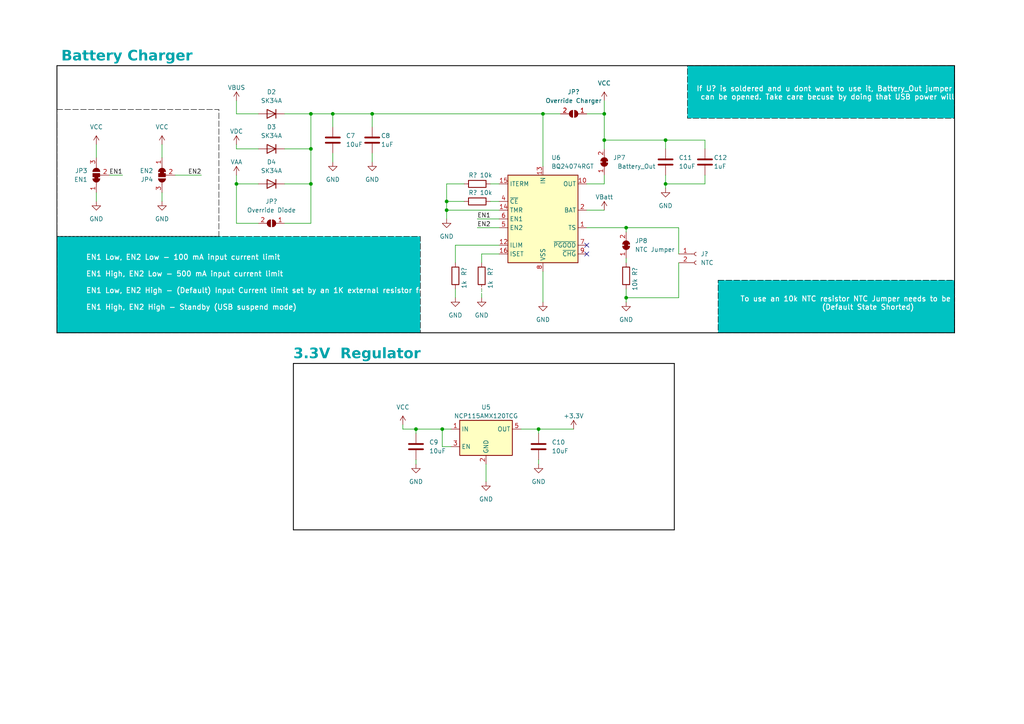
<source format=kicad_sch>
(kicad_sch (version 20230121) (generator eeschema)
  (paper "A4")
  (title_block (title "Gas Weigther") (date "2023-11-04") (rev "1"))
  (lib_symbols
    (symbol "Battery_Management:BQ24074RGT"
      (property "Reference" "U" (at -8.89 13.97 0))
      (property "Value" "BQ24074RGT" (at 16.51 13.97 0))
      (symbol "BQ24074RGT_0_1"
        (rectangle (start -10.16 12.7) (end 10.16 -12.7) (stroke (width 0.254)) (fill (type background)))
      )
      (symbol "BQ24074RGT_1_1"
        (pin passive line (at 12.7 -2.54 180) (length 2.54) (name "TS") (number "1"))
        (pin power_out line (at 12.7 10.16 180) (length 2.54) (name "OUT") (number "10"))
        (pin passive line (at 12.7 10.16 180) (length 2.54) hide (name "OUT") (number "11"))
        (pin passive line (at -12.7 -7.62 0) (length 2.54) (name "ILIM") (number "12"))
        (pin power_in line (at 0 15.24 270) (length 2.54) (name "IN") (number "13"))
        (pin input line (at -12.7 2.54 0) (length 2.54) (name "TMR") (number "14"))
        (pin input line (at -12.7 10.16 0) (length 2.54) (name "ITERM") (number "15"))
        (pin passive line (at -12.7 -10.16 0) (length 2.54) (name "ISET") (number "16"))
        (pin passive line (at 0 -15.24 90) (length 2.54) hide (name "VSS") (number "17"))
        (pin power_out line (at 12.7 2.54 180) (length 2.54) (name "BAT") (number "2"))
        (pin passive line (at 12.7 2.54 180) (length 2.54) hide (name "BAT") (number "3"))
        (pin input line (at -12.7 5.08 0) (length 2.54) (name "~{CE}") (number "4"))
        (pin input line (at -12.7 -2.54 0) (length 2.54) (name "EN2") (number "5"))
        (pin input line (at -12.7 0 0) (length 2.54) (name "EN1") (number "6"))
        (pin open_collector line (at 12.7 -7.62 180) (length 2.54) (name "~{PGOOD}") (number "7"))
        (pin power_in line (at 0 -15.24 90) (length 2.54) (name "VSS") (number "8"))
        (pin open_collector line (at 12.7 -10.16 180) (length 2.54) (name "~{CHG}") (number "9"))
      )
    )
    (symbol "Connector:Conn_01x02_Socket" (pin_names (offset 1.016) hide)
      (property "Reference" "J" (at 0 2.54 0))
      (property "Value" "Conn_01x02_Socket" (at 0 -5.08 0))
      (symbol "Conn_01x02_Socket_1_1"
        (arc (start 0 -2.032) (mid -0.5058 -2.54) (end 0 -3.048) (stroke (width 0.1524)))
        (polyline (pts (xy -1.27 -2.54) (xy -0.508 -2.54)) (stroke (width 0.1524)))
        (polyline (pts (xy -1.27 0) (xy -0.508 0)) (stroke (width 0.1524)))
        (arc (start 0 0.508) (mid -0.5058 0) (end 0 -0.508) (stroke (width 0.1524)))
        (pin passive line (at -5.08 0 0) (length 3.81) (name "Pin_1") (number "1"))
        (pin passive line (at -5.08 -2.54 0) (length 3.81) (name "Pin_2") (number "2"))
      )
    )
    (symbol "Device:C" (pin_numbers hide) (pin_names (offset 0.254))
      (property "Reference" "C" (at 0.635 2.54 0))
      (property "Value" "C" (at 0.635 -2.54 0))
      (symbol "C_0_1"
        (polyline (pts (xy -2.032 -0.762) (xy 2.032 -0.762)) (stroke (width 0.508)))
        (polyline (pts (xy -2.032 0.762) (xy 2.032 0.762)) (stroke (width 0.508)))
      )
      (symbol "C_1_1"
        (pin passive line (at 0 3.81 270) (length 2.794) (name "~") (number "1"))
        (pin passive line (at 0 -3.81 90) (length 2.794) (name "~") (number "2"))
      )
    )
    (symbol "Device:R" (pin_numbers hide) (pin_names (offset 0))
      (property "Reference" "R" (at 2.032 0 90))
      (property "Value" "R" (at 0 0 90))
      (symbol "R_0_1"
        (rectangle (start -1.016 -2.54) (end 1.016 2.54) (stroke (width 0.254)))
      )
      (symbol "R_1_1"
        (pin passive line (at 0 3.81 270) (length 1.27) (name "~") (number "1"))
        (pin passive line (at 0 -3.81 90) (length 1.27) (name "~") (number "2"))
      )
    )
    (symbol "Diode:1N4001" (pin_numbers hide) (pin_names hide)
      (property "Reference" "D" (at 0 2.54 0))
      (property "Value" "1N4001" (at 0 -2.54 0))
      (symbol "1N4001_0_1"
        (polyline (pts (xy -1.27 1.27) (xy -1.27 -1.27)) (stroke (width 0.254)))
        (polyline (pts (xy 1.27 0) (xy -1.27 0)))
        (polyline (pts (xy 1.27 1.27) (xy 1.27 -1.27) (xy -1.27 0) (xy 1.27 1.27)) (stroke (width 0.254)))
      )
      (symbol "1N4001_1_1"
        (pin passive line (at -3.81 0 0) (length 2.54) (name "K") (number "1"))
        (pin passive line (at 3.81 0 180) (length 2.54) (name "A") (number "2"))
      )
    )
    (symbol "Jumper:SolderJumper_2_Bridged" (pin_names (offset 0) hide)
      (property "Reference" "JP" (at 0 2.032 0))
      (property "Value" "SolderJumper_2_Bridged" (at 0 -2.54 0))
      (symbol "SolderJumper_2_Bridged_0_1"
        (rectangle (start -0.508 0.508) (end 0.508 -0.508) (fill (type outline)))
        (arc (start -0.254 1.016) (mid -1.2656 0) (end -0.254 -1.016))
        (arc (start -0.254 1.016) (mid -1.2656 0) (end -0.254 -1.016) (fill (type outline)))
        (polyline (pts (xy -0.254 1.016) (xy -0.254 -1.016)))
        (polyline (pts (xy 0.254 1.016) (xy 0.254 -1.016)))
        (arc (start 0.254 -1.016) (mid 1.2656 0) (end 0.254 1.016))
        (arc (start 0.254 -1.016) (mid 1.2656 0) (end 0.254 1.016) (fill (type outline)))
      )
      (symbol "SolderJumper_2_Bridged_1_1"
        (pin passive line (at -3.81 0 0) (length 2.54) (name "A") (number "1"))
        (pin passive line (at 3.81 0 180) (length 2.54) (name "B") (number "2"))
      )
    )
    (symbol "Jumper:SolderJumper_2_Open" (pin_names (offset 0) hide)
      (property "Reference" "JP" (at 0 2.032 0))
      (property "Value" "SolderJumper_2_Open" (at 0 -2.54 0))
      (symbol "SolderJumper_2_Open_0_1"
        (arc (start -0.254 1.016) (mid -1.2656 0) (end -0.254 -1.016))
        (arc (start -0.254 1.016) (mid -1.2656 0) (end -0.254 -1.016) (fill (type outline)))
        (polyline (pts (xy -0.254 1.016) (xy -0.254 -1.016)))
        (polyline (pts (xy 0.254 1.016) (xy 0.254 -1.016)))
        (arc (start 0.254 -1.016) (mid 1.2656 0) (end 0.254 1.016))
        (arc (start 0.254 -1.016) (mid 1.2656 0) (end 0.254 1.016) (fill (type outline)))
      )
      (symbol "SolderJumper_2_Open_1_1"
        (pin passive line (at -3.81 0 0) (length 2.54) (name "A") (number "1"))
        (pin passive line (at 3.81 0 180) (length 2.54) (name "B") (number "2"))
      )
    )
    (symbol "Jumper:SolderJumper_3_Bridged12" (pin_names (offset 0) hide)
      (property "Reference" "JP" (at -2.54 -2.54 0))
      (property "Value" "SolderJumper_3_Bridged12" (at 0 2.794 0))
      (symbol "SolderJumper_3_Bridged12_0_1"
        (rectangle (start -1.016 0.508) (end -0.508 -0.508) (fill (type outline)))
        (arc (start -1.016 1.016) (mid -2.0276 0) (end -1.016 -1.016))
        (arc (start -1.016 1.016) (mid -2.0276 0) (end -1.016 -1.016) (fill (type outline)))
        (rectangle (start -0.508 1.016) (end 0.508 -1.016) (fill (type outline)))
        (polyline (pts (xy -2.54 0) (xy -2.032 0)))
        (polyline (pts (xy -1.016 1.016) (xy -1.016 -1.016)))
        (polyline (pts (xy 0 -1.27) (xy 0 -1.016)))
        (polyline (pts (xy 1.016 1.016) (xy 1.016 -1.016)))
        (polyline (pts (xy 2.54 0) (xy 2.032 0)))
        (arc (start 1.016 -1.016) (mid 2.0276 0) (end 1.016 1.016))
        (arc (start 1.016 -1.016) (mid 2.0276 0) (end 1.016 1.016) (fill (type outline)))
      )
      (symbol "SolderJumper_3_Bridged12_1_1"
        (pin passive line (at -5.08 0 0) (length 2.54) (name "A") (number "1"))
        (pin passive line (at 0 -3.81 90) (length 2.54) (name "C") (number "2"))
        (pin passive line (at 5.08 0 180) (length 2.54) (name "B") (number "3"))
      )
    )
    (symbol "Power_Symbols:VBatt" (power) (pin_names (offset 0))
      (property "Value" "VBatt" (at 0 6.35 0))
      (symbol "VBatt_0_1"
        (polyline (pts (xy -0.762 1.27) (xy 0 2.54)))
        (polyline (pts (xy 0 0) (xy 0 2.54)))
        (polyline (pts (xy 0 2.54) (xy 0.762 1.27)))
      )
      (symbol "VBatt_1_1"
        (pin power_in line (at 0 0 90) (length 0) hide (name "VBatt") (number "1"))
      )
    )
    (symbol "Regulator_Linear:NCP115AMX120TCG"
      (property "Reference" "U1" (at 0 8.89 0))
      (property "Value" "NCP115AMX120TCG" (at 0 6.35 0))
      (symbol "NCP115AMX120TCG_0_1"
        (rectangle (start -7.62 5.08) (end 7.62 -5.08) (stroke (width 0.254)) (fill (type background)))
      )
      (symbol "NCP115AMX120TCG_1_1"
        (pin power_in line (at -10.16 2.54 0) (length 2.54) (name "IN") (number "1"))
        (pin power_in line (at 0 -7.62 90) (length 2.54) (name "GND") (number "2"))
        (pin input line (at -10.16 -2.54 0) (length 2.54) (name "EN") (number "3"))
        (pin passive line (at 0 -7.62 90) (length 2.54) hide (name "GND") (number "5"))
        (pin power_out line (at 10.16 2.54 180) (length 2.54) (name "OUT") (number "5"))
      )
    )
    (symbol "power:+3.3V" (power) (pin_names (offset 0))
      (property "Value" "+3.3V" (at 0 3.556 0))
      (symbol "+3.3V_0_1"
        (polyline (pts (xy -0.762 1.27) (xy 0 2.54)))
        (polyline (pts (xy 0 0) (xy 0 2.54)))
        (polyline (pts (xy 0 2.54) (xy 0.762 1.27)))
      )
      (symbol "+3.3V_1_1"
        (pin power_in line (at 0 0 90) (length 0) hide (name "+3.3V") (number "1"))
      )
    )
    (symbol "power:GND" (power) (pin_names (offset 0))
      (property "Value" "GND" (at 0 -3.81 0))
      (symbol "GND_0_1"
        (polyline (pts (xy 0 0) (xy 0 -1.27) (xy 1.27 -1.27) (xy 0 -2.54) (xy -1.27 -1.27) (xy 0 -1.27)))
      )
      (symbol "GND_1_1"
        (pin power_in line (at 0 0 270) (length 0) hide (name "GND") (number "1"))
      )
    )
    (symbol "power:VAA" (power) (pin_names (offset 0))
      (property "Value" "VAA" (at 0 3.81 0))
      (symbol "VAA_0_1"
        (polyline (pts (xy -0.762 1.27) (xy 0 2.54)))
        (polyline (pts (xy 0 0) (xy 0 2.54)))
        (polyline (pts (xy 0 2.54) (xy 0.762 1.27)))
      )
      (symbol "VAA_1_1"
        (pin power_in line (at 0 0 90) (length 0) hide (name "VAA") (number "1"))
      )
    )
    (symbol "power:VBUS" (power) (pin_names (offset 0))
      (property "Value" "VBUS" (at 0 3.81 0))
      (symbol "VBUS_0_1"
        (polyline (pts (xy -0.762 1.27) (xy 0 2.54)))
        (polyline (pts (xy 0 0) (xy 0 2.54)))
        (polyline (pts (xy 0 2.54) (xy 0.762 1.27)))
      )
      (symbol "VBUS_1_1"
        (pin power_in line (at 0 0 90) (length 0) hide (name "VBUS") (number "1"))
      )
    )
    (symbol "power:VCC" (power) (pin_names (offset 0))
      (property "Value" "VCC" (at 0 3.81 0))
      (symbol "VCC_0_1"
        (polyline (pts (xy -0.762 1.27) (xy 0 2.54)))
        (polyline (pts (xy 0 0) (xy 0 2.54)))
        (polyline (pts (xy 0 2.54) (xy 0.762 1.27)))
      )
      (symbol "VCC_1_1"
        (pin power_in line (at 0 0 90) (length 0) hide (name "VCC") (number "1"))
      )
    )
    (symbol "power:VDC" (power) (pin_names (offset 0))
      (property "Value" "VDC" (at 0 6.35 0))
      (symbol "VDC_0_1"
        (polyline (pts (xy -0.762 1.27) (xy 0 2.54)))
        (polyline (pts (xy 0 0) (xy 0 2.54)))
        (polyline (pts (xy 0 2.54) (xy 0.762 1.27)))
      )
      (symbol "VDC_1_1"
        (pin power_in line (at 0 0 90) (length 0) hide (name "VDC") (number "1"))
      )
    )
  )
  (junction (at 120.65 124.46))
  (junction (at 129.54 58.42))
  (junction (at 181.61 66.04))
  (junction (at 90.17 43.18))
  (junction (at 90.17 53.34))
  (junction (at 157.48 33.02))
  (junction (at 129.54 60.96))
  (junction (at 128.27 124.46))
  (junction (at 96.52 33.02))
  (junction (at 90.17 33.02))
  (junction (at 193.04 40.64))
  (junction (at 175.26 40.64))
  (junction (at 156.21 124.46))
  (junction (at 68.58 53.34))
  (junction (at 107.95 33.02))
  (junction (at 193.04 53.34))
  (junction (at 181.61 86.36))
  (junction (at 175.26 33.02))
  (no_connect (at 170.18 73.66))
  (no_connect (at 170.18 71.12))
  (wire (pts (xy 46.99 41.91) (xy 46.99 45.72)))
  (wire (pts (xy 181.61 67.31) (xy 181.61 66.04)))
  (wire (pts (xy 139.7 73.66) (xy 139.7 76.2)))
  (wire (pts (xy 138.43 63.5) (xy 144.78 63.5)))
  (wire (pts (xy 181.61 83.82) (xy 181.61 86.36)))
  (wire (pts (xy 175.26 40.64) (xy 175.26 43.18)))
  (wire (pts (xy 156.21 124.46) (xy 166.37 124.46)))
  (wire (pts (xy 82.55 43.18) (xy 90.17 43.18)))
  (polyline (pts (xy 85.09 105.41) (xy 195.58 105.41)) (stroke (width 0.25) (type solid) (color 0 0 0 1)))
  (wire (pts (xy 196.85 73.66) (xy 196.85 66.04)))
  (wire (pts (xy 90.17 64.77) (xy 90.17 53.34)))
  (wire (pts (xy 144.78 73.66) (xy 139.7 73.66)))
  (wire (pts (xy 196.85 76.2) (xy 196.85 86.36)))
  (wire (pts (xy 142.24 53.34) (xy 144.78 53.34)))
  (wire (pts (xy 31.75 50.8) (xy 35.56 50.8)))
  (wire (pts (xy 132.08 76.2) (xy 132.08 71.12)))
  (wire (pts (xy 181.61 86.36) (xy 181.61 87.63)))
  (wire (pts (xy 50.8 50.8) (xy 58.42 50.8)))
  (wire (pts (xy 204.47 40.64) (xy 193.04 40.64)))
  (wire (pts (xy 68.58 53.34) (xy 74.93 53.34)))
  (polyline (pts (xy 276.86 19.05) (xy 276.86 96.52)) (stroke (width 0.25) (type solid) (color 0 0 0 1)))
  (wire (pts (xy 129.54 58.42) (xy 134.62 58.42)))
  (wire (pts (xy 96.52 44.45) (xy 96.52 46.99)))
  (wire (pts (xy 204.47 40.64) (xy 204.47 43.18)))
  (wire (pts (xy 27.94 55.88) (xy 27.94 58.42)))
  (wire (pts (xy 181.61 76.2) (xy 181.61 74.93)))
  (polyline (pts (xy 16.51 19.05) (xy 16.51 96.52)) (stroke (width 0.25) (type solid) (color 0 0 0 1)))
  (wire (pts (xy 193.04 53.34) (xy 193.04 54.61)))
  (wire (pts (xy 181.61 66.04) (xy 170.18 66.04)))
  (wire (pts (xy 156.21 124.46) (xy 156.21 125.73)))
  (wire (pts (xy 68.58 33.02) (xy 74.93 33.02)))
  (polyline (pts (xy 195.58 105.41) (xy 195.58 153.67)) (stroke (width 0.25) (type solid) (color 0 0 0 1)))
  (wire (pts (xy 129.54 53.34) (xy 134.62 53.34)))
  (wire (pts (xy 193.04 53.34) (xy 204.47 53.34)))
  (wire (pts (xy 204.47 50.8) (xy 204.47 53.34)))
  (wire (pts (xy 132.08 83.82) (xy 132.08 86.36)))
  (wire (pts (xy 82.55 64.77) (xy 90.17 64.77)))
  (polyline (pts (xy 16.51 19.05) (xy 276.86 19.05)) (stroke (width 0.25) (type solid) (color 0 0 0 1)))
  (wire (pts (xy 128.27 124.46) (xy 130.81 124.46)))
  (wire (pts (xy 120.65 124.46) (xy 128.27 124.46)))
  (wire (pts (xy 96.52 33.02) (xy 107.95 33.02)))
  (wire (pts (xy 175.26 50.8) (xy 175.26 53.34)))
  (wire (pts (xy 196.85 86.36) (xy 181.61 86.36)))
  (wire (pts (xy 129.54 58.42) (xy 129.54 53.34)))
  (wire (pts (xy 82.55 53.34) (xy 90.17 53.34)))
  (wire (pts (xy 138.43 66.04) (xy 144.78 66.04)))
  (wire (pts (xy 68.58 43.18) (xy 74.93 43.18)))
  (wire (pts (xy 129.54 60.96) (xy 144.78 60.96)))
  (wire (pts (xy 107.95 44.45) (xy 107.95 46.99)))
  (wire (pts (xy 170.18 60.96) (xy 175.26 60.96)))
  (wire (pts (xy 157.48 33.02) (xy 157.48 48.26)))
  (wire (pts (xy 175.26 29.21) (xy 175.26 33.02)))
  (wire (pts (xy 129.54 60.96) (xy 129.54 58.42)))
  (wire (pts (xy 170.18 33.02) (xy 175.26 33.02)))
  (polyline (pts (xy 85.09 105.41) (xy 85.09 153.67)) (stroke (width 0.25) (type solid) (color 0 0 0 1)))
  (wire (pts (xy 74.93 64.77) (xy 68.58 64.77)))
  (wire (pts (xy 128.27 129.54) (xy 128.27 124.46)))
  (wire (pts (xy 151.13 124.46) (xy 156.21 124.46)))
  (wire (pts (xy 156.21 133.35) (xy 156.21 134.62)))
  (wire (pts (xy 193.04 50.8) (xy 193.04 53.34)))
  (wire (pts (xy 68.58 41.91) (xy 68.58 43.18)))
  (wire (pts (xy 68.58 29.21) (xy 68.58 33.02)))
  (wire (pts (xy 90.17 33.02) (xy 96.52 33.02)))
  (wire (pts (xy 132.08 71.12) (xy 144.78 71.12)))
  (wire (pts (xy 157.48 33.02) (xy 162.56 33.02)))
  (wire (pts (xy 140.97 134.62) (xy 140.97 139.7)))
  (wire (pts (xy 68.58 53.34) (xy 68.58 50.8)))
  (wire (pts (xy 196.85 66.04) (xy 181.61 66.04)))
  (wire (pts (xy 116.84 124.46) (xy 120.65 124.46)))
  (wire (pts (xy 107.95 33.02) (xy 107.95 36.83)))
  (wire (pts (xy 193.04 40.64) (xy 193.04 43.18)))
  (wire (pts (xy 82.55 33.02) (xy 90.17 33.02)))
  (wire (pts (xy 139.7 83.82) (xy 139.7 86.36)))
  (wire (pts (xy 96.52 33.02) (xy 96.52 36.83)))
  (wire (pts (xy 129.54 63.5) (xy 129.54 60.96)))
  (polyline (pts (xy 195.58 153.67) (xy 85.09 153.67)) (stroke (width 0.25) (type solid) (color 0 0 0 1)))
  (wire (pts (xy 90.17 33.02) (xy 90.17 43.18)))
  (polyline (pts (xy 276.86 96.52) (xy 16.51 96.52)) (stroke (width 0.25) (type solid) (color 0 0 0 1)))
  (wire (pts (xy 68.58 64.77) (xy 68.58 53.34)))
  (wire (pts (xy 116.84 123.19) (xy 116.84 124.46)))
  (wire (pts (xy 130.81 129.54) (xy 128.27 129.54)))
  (wire (pts (xy 107.95 33.02) (xy 157.48 33.02)))
  (wire (pts (xy 120.65 133.35) (xy 120.65 134.62)))
  (wire (pts (xy 170.18 53.34) (xy 175.26 53.34)))
  (wire (pts (xy 157.48 78.74) (xy 157.48 87.63)))
  (wire (pts (xy 46.99 55.88) (xy 46.99 58.42)))
  (wire (pts (xy 90.17 43.18) (xy 90.17 53.34)))
  (wire (pts (xy 120.65 124.46) (xy 120.65 125.73)))
  (wire (pts (xy 27.94 41.91) (xy 27.94 45.72)))
  (wire (pts (xy 175.26 33.02) (xy 175.26 40.64)))
  (wire (pts (xy 142.24 58.42) (xy 144.78 58.42)))
  (wire (pts (xy 175.26 40.64) (xy 193.04 40.64)))
  (rectangle (start 16.51 31.75) (end 63.5 68.58) (stroke (width 0) (type dash) (color 0 0 0 1)) (fill (type color) (color 255 255 255 1)))
  (rectangle (start 16.51 68.58) (end 121.92 96.52) (stroke (width 0) (type dash) (color 0 0 0 1)) (fill (type color) (color 0 194 194 1)))
  (rectangle (start 208.28 81.28) (end 276.86 96.52) (stroke (width 0) (type dash) (color 0 0 0 1)) (fill (type color) (color 0 194 194 1)))
  (rectangle (start 199.39 19.05) (end 276.86 34.29) (stroke (width 0) (type dash) (color 0 0 0 1)) (fill (type color) (color 0 194 194 1)))
  (text "Battery Charger\n" (at 17.78 19.05 0) (effects (font (size 3 3) (thickness 0.6) bold) (justify left bottom)))
  (text "\n\n    EN1 Low, EN2 Low - 100 mA input current limit\n\n    EN1 High, EN2 Low - 500 mA input current limit \n\n    EN1 Low, EN2 High - (Default) Input Current limit set by an 1K external resistor from ILIM to GND\n\n    EN1 High, EN2 High - Standby (USB suspend mode)\n" (at 20.32 90.17 0) (effects (font (size 1.5 1.5) (thickness 0.2508) bold) (justify left bottom)))
  (text "3.3V  Regulator" (at 85.09 105.41 0) (effects (font (size 3 3) (thickness 0.6) bold) (justify left bottom)))
  (text "If U? is soldered and u dont want to use it, Battery_Out jumper\n can be opened. Take care becuse by doing that USB power will not work" (at 201.93 29.21 0) (effects (font (size 1.5 1.5) (thickness 0.2508) bold) (justify left bottom)))
  (text "To use an 10k NTC resistor NTC Jumper needs to be open.\n				(Default State Shorted) " (at 214.63 90.17 0) (effects (font (size 1.5 1.5) (thickness 0.2508) bold) (justify left bottom)))
  (label "EN1" (at 35.56 50.8 180))
  (label "EN2" (at 138.43 66.04 0))
  (label "EN1" (at 138.43 63.5 0))
  (label "EN2" (at 58.42 50.8 180))
  (symbol (lib_id "Diode:1N4001") (at 78.74 53.34 180) (unit 1)
    (property "Reference" "D4" (at 78.74 46.99 0))
    (property "Value" "SK34A" (at 78.74 49.53 0))
    (property "Footprint" "Diode_SMD:D_0805_2012Metric" (effects hide))
    (property "Datasheet" "http://www.vishay.com/docs/88503/1n4001.pdf" (effects hide))
    (property "Sim.Device" "D" (effects hide))
    (property "Sim.Pins" "1=K 2=A" (effects hide))
  )
  (symbol (lib_id "Device:R") (at 132.08 80.01 0) (unit 1)
    (property "Reference" "R?" (at 134.62 78.74 90))
    (property "Value" "1k" (at 134.62 82.55 90))
    (property "Footprint" "Resistor_SMD:R_0805_2012Metric_Pad1.20x1.40mm_HandSolder" (effects hide))
    (instances (project "GasWeighter" (path "" (reference "R?") (unit 1)) (path "" (reference "R?") (unit 1)) (path "" (reference "R20") (unit 1))) (project "Arbolito" (path "" (reference "R11") (unit 1))))
  )
  (symbol (lib_id "power:VCC") (at 46.99 41.91 0) (unit 1)
    (property "Reference" "#PWR012" (effects hide))
    (property "Value" "VCC" (at 46.99 36.83 0))
    (instances (project "GasWeighter" (path "" (reference "#PWR012") (unit 1)) (path "" (reference "#PWR060") (unit 1))) (project "Arbolito" (path "" (reference "#PWR016") (unit 1))))
  )
  (symbol (lib_id "Diode:1N4001") (at 78.74 43.18 180) (unit 1)
    (property "Reference" "D3" (at 78.74 36.83 0))
    (property "Value" "SK34A" (at 78.74 39.37 0))
    (property "Footprint" "Diode_SMD:D_0805_2012Metric" (effects hide))
    (property "Datasheet" "http://www.vishay.com/docs/88503/1n4001.pdf" (effects hide))
    (property "Sim.Device" "D" (effects hide))
    (property "Sim.Pins" "1=K 2=A" (effects hide))
  )
  (symbol (lib_id "Jumper:SolderJumper_2_Bridged") (at 175.26 46.99 90) (unit 1)
    (property "Reference" "JP7" (at 177.8 45.7199 90) (effects (justify right)))
    (property "Value" "Battery_Out" (at 179.07 48.26 90) (effects (justify right)))
    (property "Footprint" "Jumper:SolderJumper-2_P1.3mm_Bridged_RoundedPad1.0x1.5mm" (effects hide))
  )
  (symbol (lib_id "Regulator_Linear:NCP115AMX120TCG") (at 140.97 127 0) (unit 1)
    (property "Reference" "U5" (at 140.97 118.11 0))
    (property "Value" "NCP115AMX120TCG" (at 140.97 120.65 0))
    (property "Footprint" "Package_TO_SOT_SMD:SOT-23-5_HandSoldering" (effects hide))
    (property "Datasheet" "https://www.onsemi.com/pub/Collateral/NCP115-D.PDF" (effects hide))
    (instances (project "GasWeighter" (path "" (reference "U5") (unit 1))) (project "Arbolito" (path "" (reference "U1") (unit 1))))
  )
  (symbol (lib_id "Connector:Conn_01x02_Socket") (at 201.93 73.66 0) (unit 1)
    (property "Reference" "J?" (at 203.2 73.6599 0) (effects (justify left)))
    (property "Value" "NTC" (at 203.2 76.1999 0) (effects (justify left)))
    (property "Footprint" "Connector_JST:JST_PH_B2B-PH-K_1x02_P2.00mm_Vertical" (effects hide))
    (instances (project "GasWeighter" (path "" (reference "J?") (unit 1)) (path "" (reference "J12") (unit 1))))
  )
  (symbol (lib_id "power:GND") (at 129.54 63.5 0) (unit 1)
    (property "Reference" "#PWR024" (effects hide))
    (property "Value" "GND" (at 129.54 68.58 0))
    (instances (project "GasWeighter" (path "" (reference "#PWR024") (unit 1)) (path "" (reference "#PWR055") (unit 1))) (project "Arbolito" (path "" (reference "#PWR023") (unit 1))))
  )
  (symbol (lib_id "power:VCC") (at 116.84 123.19 0) (unit 1)
    (property "Reference" "#PWR012" (effects hide))
    (property "Value" "VCC" (at 116.84 118.11 0))
    (instances (project "GasWeighter" (path "" (reference "#PWR012") (unit 1)) (path "" (reference "#PWR026") (unit 1))) (project "Arbolito" (path "" (reference "#PWR016") (unit 1))))
  )
  (symbol (lib_id "power:GND") (at 107.95 46.99 0) (unit 1)
    (property "Reference" "#PWR024" (effects hide))
    (property "Value" "GND" (at 107.95 52.07 0))
    (instances (project "GasWeighter" (path "" (reference "#PWR024") (unit 1)) (path "" (reference "#PWR053") (unit 1))) (project "Arbolito" (path "" (reference "#PWR023") (unit 1))))
  )
  (symbol (lib_id "Device:R") (at 139.7 80.01 0) (unit 1)
    (property "Reference" "R?" (at 142.24 78.74 90))
    (property "Value" "1k" (at 142.24 82.55 90))
    (property "Footprint" "Resistor_SMD:R_0805_2012Metric_Pad1.20x1.40mm_HandSolder" (effects hide))
    (instances (project "GasWeighter" (path "" (reference "R?") (unit 1)) (path "" (reference "R?") (unit 1)) (path "" (reference "R23") (unit 1))) (project "Arbolito" (path "" (reference "R11") (unit 1))))
  )
  (symbol (lib_id "power:GND") (at 193.04 54.61 0) (unit 1)
    (property "Reference" "#PWR024" (effects hide))
    (property "Value" "GND" (at 193.04 59.69 0))
    (instances (project "GasWeighter" (path "" (reference "#PWR024") (unit 1)) (path "" (reference "#PWR064") (unit 1))) (project "Arbolito" (path "" (reference "#PWR023") (unit 1))))
  )
  (symbol (lib_id "power:GND") (at 139.7 86.36 0) (unit 1)
    (property "Reference" "#PWR024" (effects hide))
    (property "Value" "GND" (at 139.7 91.44 0))
    (instances (project "GasWeighter" (path "" (reference "#PWR024") (unit 1)) (path "" (reference "#PWR058") (unit 1))) (project "Arbolito" (path "" (reference "#PWR023") (unit 1))))
  )
  (symbol (lib_id "power:VCC") (at 175.26 29.21 0) (unit 1)
    (property "Reference" "#PWR012" (effects hide))
    (property "Value" "VCC" (at 175.26 24.13 0))
    (instances (project "GasWeighter" (path "" (reference "#PWR012") (unit 1)) (path "" (reference "#PWR057") (unit 1))) (project "Arbolito" (path "" (reference "#PWR016") (unit 1))))
  )
  (symbol (lib_id "power:VAA") (at 68.58 50.8 0) (unit 1)
    (property "Reference" "#PWR042" (effects hide))
    (property "Value" "VAA" (at 68.58 46.99 0))
    (instances (project "GasWeighter" (path "" (reference "#PWR042") (unit 1)) (path "" (reference "#PWR027") (unit 1))))
  )
  (symbol (lib_id "power:GND") (at 156.21 134.62 0) (unit 1)
    (property "Reference" "#PWR069" (effects hide))
    (property "Value" "GND" (at 156.21 139.7 0))
    (instances (project "GasWeighter" (path "" (reference "#PWR069") (unit 1))) (project "Arbolito" (path "" (reference "#PWR014") (unit 1))))
  )
  (symbol (lib_id "Device:C") (at 107.95 40.64 0) (unit 1)
    (property "Reference" "C8" (at 110.49 39.3699 0) (effects (justify left)))
    (property "Value" "1uF" (at 110.49 41.91 0) (effects (justify left)))
    (property "Footprint" "Capacitor_SMD:C_0603_1608Metric_Pad1.08x0.95mm_HandSolder" (effects hide))
    (instances (project "GasWeighter" (path "" (reference "C8") (unit 1))) (project "Brushed controller" (path "" (reference "C7") (unit 1))))
  )
  (symbol (lib_id "Device:C") (at 204.47 46.99 0) (unit 1)
    (property "Reference" "C12" (at 207.01 45.7199 0) (effects (justify left)))
    (property "Value" "1uF" (at 207.01 48.26 0) (effects (justify left)))
    (property "Footprint" "Capacitor_SMD:C_0603_1608Metric_Pad1.08x0.95mm_HandSolder" (effects hide))
    (instances (project "GasWeighter" (path "" (reference "C12") (unit 1))) (project "Brushed controller" (path "" (reference "C7") (unit 1))))
  )
  (symbol (lib_id "power:VBUS") (at 68.58 29.21 0) (unit 1)
    (property "Reference" "#PWR020" (effects hide))
    (property "Value" "VBUS" (at 68.58 25.4 0))
    (instances (project "GasWeighter" (path "" (reference "#PWR020") (unit 1)) (path "" (reference "#PWR051") (unit 1))) (project "Arbolito" (path "" (reference "#PWR09") (unit 1))))
  )
  (symbol (lib_id "power:VDC") (at 68.58 41.91 0) (unit 1)
    (property "Reference" "#PWR013" (effects hide))
    (property "Value" "VDC" (at 68.58 38.1 0))
    (instances (project "GasWeighter" (path "" (reference "#PWR013") (unit 1)) (path "" (reference "#PWR02") (unit 1))))
  )
  (symbol (lib_id "Device:R") (at 181.61 80.01 0) (unit 1)
    (property "Reference" "R?" (at 184.15 78.74 90))
    (property "Value" "10k" (at 184.15 82.55 90))
    (property "Footprint" "Resistor_SMD:R_0805_2012Metric_Pad1.20x1.40mm_HandSolder" (effects hide))
    (instances (project "GasWeighter" (path "" (reference "R?") (unit 1)) (path "" (reference "R?") (unit 1)) (path "" (reference "R24") (unit 1))) (project "Arbolito" (path "" (reference "R11") (unit 1))))
  )
  (symbol (lib_id "Device:R") (at 138.43 58.42 90) (unit 1)
    (property "Reference" "R?" (at 137.16 55.88 90))
    (property "Value" "10k" (at 140.97 55.88 90))
    (property "Footprint" "Resistor_SMD:R_0805_2012Metric_Pad1.20x1.40mm_HandSolder" (effects hide))
    (instances (project "GasWeighter" (path "" (reference "R?") (unit 1)) (path "" (reference "R?") (unit 1)) (path "" (reference "R22") (unit 1))) (project "Arbolito" (path "" (reference "R11") (unit 1))))
  )
  (symbol (lib_id "Jumper:SolderJumper_3_Bridged12") (at 46.99 50.8 90) (mirror x) (unit 1)
    (property "Reference" "JP4" (at 44.45 52.0701 90) (effects (justify left)))
    (property "Value" "EN2" (at 44.45 49.5301 90) (effects (justify left)))
    (property "Footprint" "Jumper:SolderJumper-3_P1.3mm_Bridged12_RoundedPad1.0x1.5mm" (effects hide))
  )
  (symbol (lib_id "Device:C") (at 193.04 46.99 0) (unit 1)
    (property "Reference" "C11" (at 196.85 45.72 0) (effects (justify left)))
    (property "Value" "10uF" (at 196.85 48.26 0) (effects (justify left)))
    (property "Footprint" "Capacitor_SMD:C_0603_1608Metric_Pad1.08x0.95mm_HandSolder" (effects hide))
    (instances (project "GasWeighter" (path "" (reference "C11") (unit 1))) (project "Brushed controller" (path "" (reference "C1") (unit 1))))
  )
  (symbol (lib_id "Jumper:SolderJumper_2_Open") (at 78.74 64.77 180) (unit 1)
    (property "Reference" "JP?" (at 78.74 58.42 0))
    (property "Value" "Override Diode" (at 78.74 60.96 0))
    (property "Footprint" "Jumper:SolderJumper-2_P1.3mm_Open_RoundedPad1.0x1.5mm" (effects hide))
    (instances (project "GasWeighter" (path "" (reference "JP?") (unit 1)) (path "" (reference "JP?") (unit 1)) (path "" (reference "JP5") (unit 1))))
  )
  (symbol (lib_id "power:GND") (at 120.65 134.62 0) (unit 1)
    (property "Reference" "#PWR067" (effects hide))
    (property "Value" "GND" (at 120.65 139.7 0))
    (instances (project "GasWeighter" (path "" (reference "#PWR067") (unit 1))) (project "Arbolito" (path "" (reference "#PWR08") (unit 1))))
  )
  (symbol (lib_id "power:GND") (at 140.97 139.7 0) (unit 1)
    (property "Reference" "#PWR068" (effects hide))
    (property "Value" "GND" (at 140.97 144.78 0))
    (instances (project "GasWeighter" (path "" (reference "#PWR068") (unit 1))) (project "Arbolito" (path "" (reference "#PWR011") (unit 1))))
  )
  (symbol (lib_id "Device:C") (at 156.21 129.54 0) (unit 1)
    (property "Reference" "C10" (at 160.02 128.2699 0) (effects (justify left)))
    (property "Value" "10uF" (at 160.02 130.8099 0) (effects (justify left)))
    (property "Footprint" "Capacitor_SMD:C_0805_2012Metric" (effects hide))
    (instances (project "GasWeighter" (path "" (reference "C10") (unit 1))) (project "Arbolito" (path "" (reference "C2") (unit 1))))
  )
  (symbol (lib_id "Jumper:SolderJumper_3_Bridged12") (at 27.94 50.8 90) (unit 1)
    (property "Reference" "JP3" (at 25.4 49.5299 90) (effects (justify left)))
    (property "Value" "EN1" (at 25.4 52.0699 90) (effects (justify left)))
    (property "Footprint" "Jumper:SolderJumper-3_P1.3mm_Bridged12_RoundedPad1.0x1.5mm" (effects hide))
  )
  (symbol (lib_id "Device:C") (at 120.65 129.54 0) (unit 1)
    (property "Reference" "C9" (at 124.46 128.2699 0) (effects (justify left)))
    (property "Value" "10uF" (at 124.46 130.8099 0) (effects (justify left)))
    (property "Footprint" "Capacitor_SMD:C_0805_2012Metric" (effects hide))
    (instances (project "GasWeighter" (path "" (reference "C9") (unit 1))) (project "Arbolito" (path "" (reference "C1") (unit 1))))
  )
  (symbol (lib_id "Jumper:SolderJumper_2_Open") (at 166.37 33.02 180) (unit 1)
    (property "Reference" "JP?" (at 166.37 26.67 0))
    (property "Value" "Override Charger" (at 166.37 29.21 0))
    (property "Footprint" "Jumper:SolderJumper-2_P1.3mm_Open_RoundedPad1.0x1.5mm" (effects hide))
    (instances (project "GasWeighter" (path "" (reference "JP?") (unit 1)) (path "" (reference "JP?") (unit 1)) (path "" (reference "JP6") (unit 1))))
  )
  (symbol (lib_id "Device:R") (at 138.43 53.34 90) (unit 1)
    (property "Reference" "R?" (at 137.16 50.8 90))
    (property "Value" "10k" (at 140.97 50.8 90))
    (property "Footprint" "Resistor_SMD:R_0805_2012Metric_Pad1.20x1.40mm_HandSolder" (effects hide))
    (instances (project "GasWeighter" (path "" (reference "R?") (unit 1)) (path "" (reference "R?") (unit 1)) (path "" (reference "R21") (unit 1))) (project "Arbolito" (path "" (reference "R11") (unit 1))))
  )
  (symbol (lib_id "power:VCC") (at 27.94 41.91 0) (unit 1)
    (property "Reference" "#PWR012" (effects hide))
    (property "Value" "VCC" (at 27.94 36.83 0))
    (instances (project "GasWeighter" (path "" (reference "#PWR012") (unit 1)) (path "" (reference "#PWR059") (unit 1))) (project "Arbolito" (path "" (reference "#PWR016") (unit 1))))
  )
  (symbol (lib_id "power:GND") (at 157.48 87.63 0) (unit 1)
    (property "Reference" "#PWR024" (effects hide))
    (property "Value" "GND" (at 157.48 92.71 0))
    (instances (project "GasWeighter" (path "" (reference "#PWR024") (unit 1)) (path "" (reference "#PWR047") (unit 1))) (project "Arbolito" (path "" (reference "#PWR023") (unit 1))))
  )
  (symbol (lib_id "power:+3.3V") (at 166.37 124.46 0) (unit 1)
    (property "Reference" "#PWR070" (effects hide))
    (property "Value" "+3.3V" (at 166.37 120.65 0))
    (instances (project "GasWeighter" (path "" (reference "#PWR070") (unit 1))) (project "Arbolito" (path "" (reference "#PWR015") (unit 1))))
  )
  (symbol (lib_id "Jumper:SolderJumper_2_Bridged") (at 181.61 71.12 90) (unit 1)
    (property "Reference" "JP8" (at 184.15 69.8499 90) (effects (justify right)))
    (property "Value" "NTC Jumper" (at 184.15 72.3899 90) (effects (justify right)))
    (property "Footprint" "Jumper:SolderJumper-2_P1.3mm_Bridged_RoundedPad1.0x1.5mm" (effects hide))
  )
  (symbol (lib_id "Power_Symbols:VBatt") (at 175.26 60.96 0) (unit 1)
    (property "Reference" "#PWR024" (effects hide))
    (property "Value" "VBatt" (at 175.26 57.15 0))
    (instances (project "GasWeighter" (path "" (reference "#PWR024") (unit 1)) (path "" (reference "#PWR054") (unit 1))))
  )
  (symbol (lib_id "Device:C") (at 96.52 40.64 0) (unit 1)
    (property "Reference" "C7" (at 100.33 39.37 0) (effects (justify left)))
    (property "Value" "10uF" (at 100.33 41.91 0) (effects (justify left)))
    (property "Footprint" "Capacitor_SMD:C_0603_1608Metric_Pad1.08x0.95mm_HandSolder" (effects hide))
    (instances (project "GasWeighter" (path "" (reference "C7") (unit 1))) (project "Brushed controller" (path "" (reference "C1") (unit 1))))
  )
  (symbol (lib_id "Diode:1N4001") (at 78.74 33.02 180) (unit 1)
    (property "Reference" "D2" (at 78.74 26.67 0))
    (property "Value" "SK34A" (at 78.74 29.21 0))
    (property "Footprint" "Diode_SMD:D_0805_2012Metric" (effects hide))
    (property "Datasheet" "http://www.vishay.com/docs/88503/1n4001.pdf" (effects hide))
    (property "Sim.Device" "D" (effects hide))
    (property "Sim.Pins" "1=K 2=A" (effects hide))
  )
  (symbol (lib_id "power:GND") (at 27.94 58.42 0) (unit 1)
    (property "Reference" "#PWR061" (effects hide))
    (property "Value" "GND" (at 27.94 63.5 0))
    (instances (project "GasWeighter" (path "" (reference "#PWR061") (unit 1))) (project "Brushed controller" (path "" (reference "#PWR07") (unit 1))))
  )
  (symbol (lib_id "power:GND") (at 181.61 87.63 0) (unit 1)
    (property "Reference" "#PWR024" (effects hide))
    (property "Value" "GND" (at 181.61 92.71 0))
    (instances (project "GasWeighter" (path "" (reference "#PWR024") (unit 1)) (path "" (reference "#PWR063") (unit 1))) (project "Arbolito" (path "" (reference "#PWR023") (unit 1))))
  )
  (symbol (lib_id "Battery_Management:BQ24074RGT") (at 157.48 63.5 0) (unit 1)
    (property "Reference" "U6" (at 159.9056 45.72 0) (effects (justify left)))
    (property "Value" "BQ24074RGT" (at 159.9056 48.26 0) (effects (justify left)))
    (property "Footprint" "Package_DFN_QFN:VQFN-16-1EP_3x3mm_P0.5mm_EP1.6x1.6mm" (effects hide))
    (property "Datasheet" "http://www.ti.com/lit/ds/symlink/bq24074.pdf" (effects hide))
  )
  (symbol (lib_id "power:GND") (at 46.99 58.42 0) (unit 1)
    (property "Reference" "#PWR062" (effects hide))
    (property "Value" "GND" (at 46.99 63.5 0))
    (instances (project "GasWeighter" (path "" (reference "#PWR062") (unit 1))) (project "Brushed controller" (path "" (reference "#PWR07") (unit 1))))
  )
  (symbol (lib_id "power:GND") (at 96.52 46.99 0) (unit 1)
    (property "Reference" "#PWR024" (effects hide))
    (property "Value" "GND" (at 96.52 52.07 0))
    (instances (project "GasWeighter" (path "" (reference "#PWR024") (unit 1)) (path "" (reference "#PWR052") (unit 1))) (project "Arbolito" (path "" (reference "#PWR023") (unit 1))))
  )
  (symbol (lib_id "power:GND") (at 132.08 86.36 0) (unit 1)
    (property "Reference" "#PWR024" (effects hide))
    (property "Value" "GND" (at 132.08 91.44 0))
    (instances (project "GasWeighter" (path "" (reference "#PWR024") (unit 1)) (path "" (reference "#PWR056") (unit 1))) (project "Arbolito" (path "" (reference "#PWR023") (unit 1))))
  )
)
</source>
